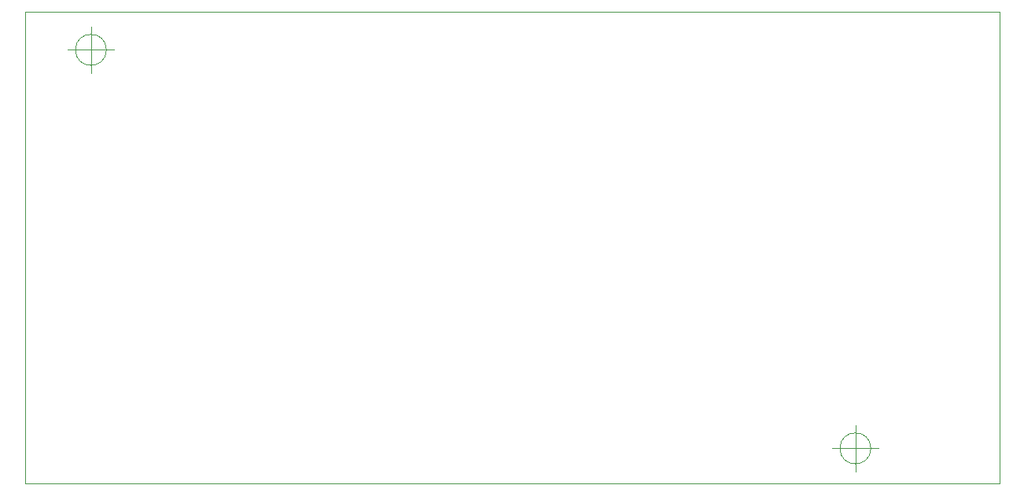
<source format=gbr>
G04 #@! TF.GenerationSoftware,KiCad,Pcbnew,(5.1.5)-3*
G04 #@! TF.CreationDate,2020-01-27T11:23:28-05:00*
G04 #@! TF.ProjectId,Secondary_Board,5365636f-6e64-4617-9279-5f426f617264,rev?*
G04 #@! TF.SameCoordinates,Original*
G04 #@! TF.FileFunction,Profile,NP*
%FSLAX46Y46*%
G04 Gerber Fmt 4.6, Leading zero omitted, Abs format (unit mm)*
G04 Created by KiCad (PCBNEW (5.1.5)-3) date 2020-01-27 11:23:28*
%MOMM*%
%LPD*%
G04 APERTURE LIST*
%ADD10C,0.100000*%
G04 APERTURE END LIST*
D10*
X167528666Y-123190000D02*
G75*
G03X167528666Y-123190000I-1666666J0D01*
G01*
X163362000Y-123190000D02*
X168362000Y-123190000D01*
X165862000Y-120690000D02*
X165862000Y-125690000D01*
X85232666Y-80264000D02*
G75*
G03X85232666Y-80264000I-1666666J0D01*
G01*
X81066000Y-80264000D02*
X86066000Y-80264000D01*
X83566000Y-77764000D02*
X83566000Y-82764000D01*
X181356000Y-76200000D02*
X181356000Y-127000000D01*
X76454000Y-76200000D02*
X181356000Y-76200000D01*
X76454000Y-127000000D02*
X76454000Y-76200000D01*
X181356000Y-127000000D02*
X76454000Y-127000000D01*
M02*

</source>
